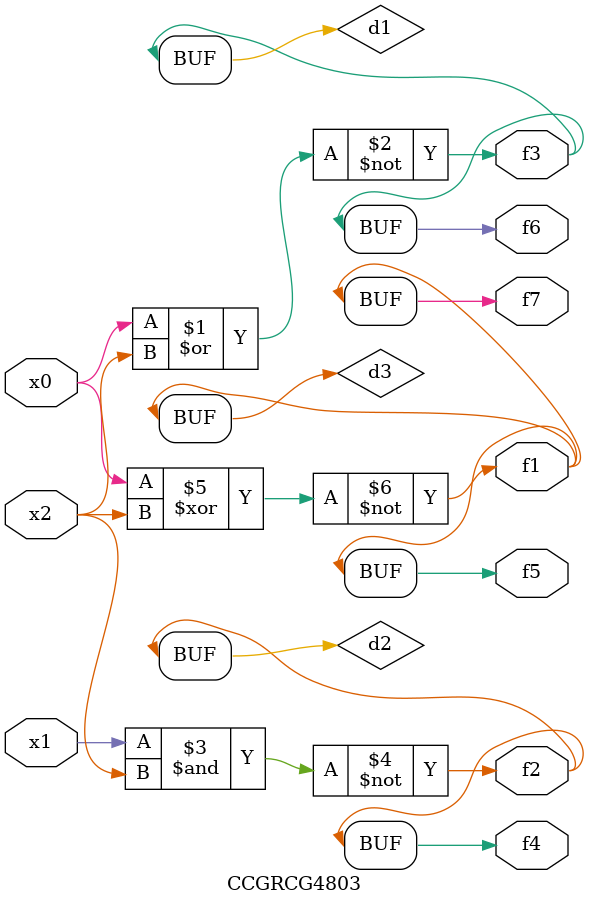
<source format=v>
module CCGRCG4803(
	input x0, x1, x2,
	output f1, f2, f3, f4, f5, f6, f7
);

	wire d1, d2, d3;

	nor (d1, x0, x2);
	nand (d2, x1, x2);
	xnor (d3, x0, x2);
	assign f1 = d3;
	assign f2 = d2;
	assign f3 = d1;
	assign f4 = d2;
	assign f5 = d3;
	assign f6 = d1;
	assign f7 = d3;
endmodule

</source>
